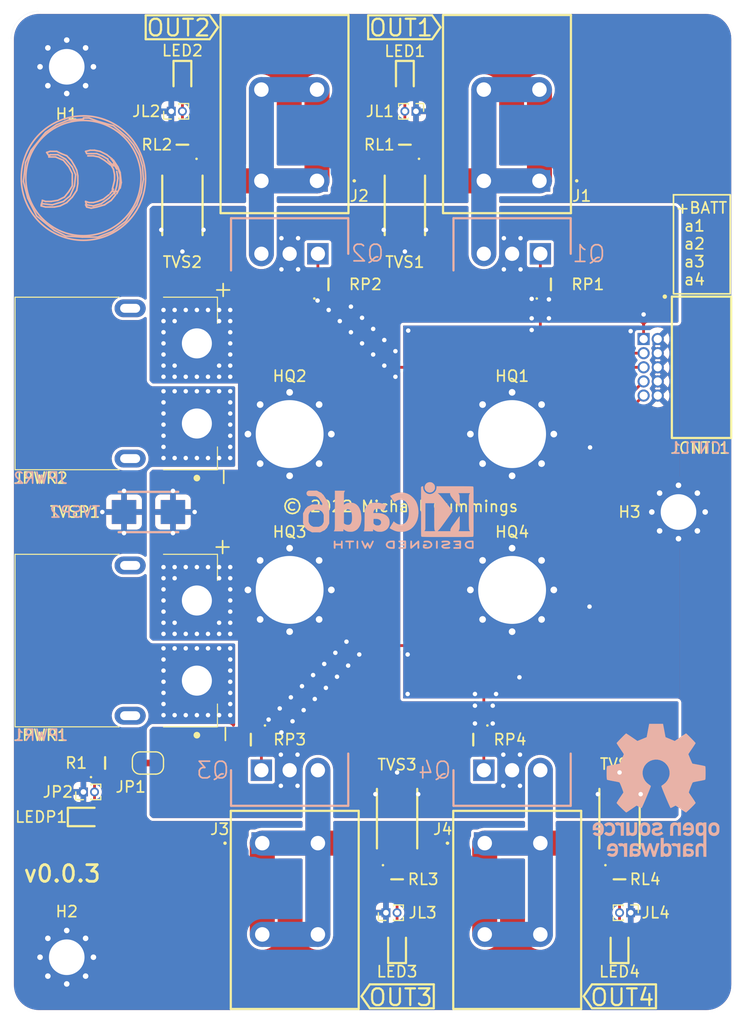
<source format=kicad_pcb>
(kicad_pcb (version 20211014) (generator pcbnew)
  (title_block (title "Solid State Relays 12 Volt x4") (date "2022-12-31") (rev "0.0.3") (comment 2 "creativecommons.org/licenses/by/4.0/") (comment 3 "License: CC By 4.0") (comment 4 "Author: Michael Cummings"))
  (layers (0 "F.Cu" mixed) (31 "B.Cu" mixed) (34 "B.Paste" user) (35 "F.Paste" user) (36 "B.SilkS" user "B.Silkscreen") (37 "F.SilkS" user "F.Silkscreen") (38 "B.Mask" user) (39 "F.Mask" user) (44 "Edge.Cuts" user))
  (net 0 "")
  (net 1 "GNDPWR")
  (net 2 "OUT1")
  (net 3 "OUT2")
  (net 4 "OUT3")
  (net 5 "OUT4")
  (net 6 "+BATT")
  (net 7 "/a1")
  (net 8 "/a2")
  (net 9 "/a3")
  (net 10 "/a4")
  (net 11 "Net-(JL1-Pad2)")
  (net 12 "Net-(JL2-Pad2)")
  (net 13 "Net-(JL3-Pad2)")
  (net 14 "Net-(JL4-Pad2)")
  (net 15 "Net-(JP1-Pad2)")
  (net 16 "Net-(JP2-Pad2)")
  (footprint "dragon_mobile:SMBJ36CATR" (layer "F.Cu") (at 85.4 67.45 90)
    (fp_text reference "TVS1")
    (fp_text value "SM6T16V5AY" hide)
  )
  (footprint "dragon_mobile:1190297" (layer "F.Cu") (at 72.58 124.75)
    (fp_text reference "J3")
    (fp_text value "1190297" hide)
  )
  (footprint "dragon_mobile:MountingHole_6.1mm_Pad_Via" (layer "F.Cu") (at 75.04 88)
    (fp_text reference "HQ2")
    (fp_text value "Access Hole" hide)
  )
  (footprint "dragon_mobile:RESC2012X65N" (layer "F.Cu") (at 85.4 62 90)
    (fp_text reference "RL1")
    (fp_text value "680" hide)
  )
  (footprint "MountingHole:MountingHole_3.2mm_M3_Pad_Via" (layer "F.Cu") (at 110 95)
    (fp_text reference "H3")
    (fp_text value "MountingHole" hide)
  )
  (footprint "Jumper:SolderJumper-2_P1.3mm_Bridged_RoundedPad1.0x1.5mm" (layer "F.Cu") (at 62.3 117.55 180)
    (fp_text reference "JP1")
    (fp_text value "SolderJumper_2_Bridged" hide)
  )
  (footprint "dragon_mobile:RESC2012X65N" (layer "F.Cu") (at 58.45 117.55)
    (fp_text reference "R1")
    (fp_text value "1k5" hide)
  )
  (footprint "dragon_mobile:1190297" (layer "F.Cu") (at 92.58 124.75)
    (fp_text reference "J4")
    (fp_text value "1190297" hide)
  )
  (footprint "dragon_mobile:RESC2012X65N" (layer "F.Cu") (at 98.53 74.55)
    (fp_text reference "RP1")
    (fp_text value "10k" hide)
  )
  (footprint "dragon_mobile:XT60PWM" (layer "F.Cu") (at 66.7 83.45 90)
    (fp_text reference "JPWR2")
    (fp_text value "XT60PW-M" hide)
  )
  (footprint "dragon_mobile:RESC2012X65N" (layer "F.Cu") (at 84.7 128 -90)
    (fp_text reference "RL3")
    (fp_text value "680" hide)
  )
  (footprint "Fiducial:Fiducial_0.5mm_Mask1mm" (layer "F.Cu") (at 110 63)
    (fp_text reference "FID2" hide)
    (fp_text value "Fiducial" hide)
  )
  (footprint "dragon_mobile:PinHeader_1x02_P1.00mm_Vertical" (layer "F.Cu") (at 105.7 131 -90)
    (fp_text reference "JL4")
    (fp_text value "Conn_01x02" hide)
  )
  (footprint "dragon_mobile:LEDC1607X80N" (layer "F.Cu") (at 65.4 56 -90)
    (fp_text reference "LED2")
    (fp_text value "LTST-C190KFKT" hide)
  )
  (footprint "dragon_mobile:RESC2012X65N" (layer "F.Cu") (at 91.55 115.45 180)
    (fp_text reference "RP4")
    (fp_text value "10k" hide)
  )
  (footprint "dragon_mobile:SMBJ36CATR" (layer "F.Cu") (at 84.7 122.55 -90)
    (fp_text reference "TVS3")
    (fp_text value "SM6T16V5AY" hide)
  )
  (footprint "dragon_mobile:PinHeader_1x02_P1.00mm_Vertical" (layer "F.Cu") (at 86.4 59 -90)
    (fp_text reference "JL1")
    (fp_text value "Conn_01x02" hide)
  )
  (footprint "dragon_mobile:1190297" (layer "F.Cu") (at 97.5 65.25 180)
    (fp_text reference "J1")
    (fp_text value "1190297" hide)
  )
  (footprint "dragon_mobile:LEDC1607X80N" (layer "F.Cu") (at 104.7 134 90)
    (fp_text reference "LED4")
    (fp_text value "LTST-C190KFKT" hide)
  )
  (footprint "dragon_mobile:PinHeader_1x02_P1.00mm_Vertical" (layer "F.Cu") (at 64.4 59 90)
    (fp_text reference "JL2")
    (fp_text value "Conn_01x02" hide)
  )
  (footprint "dragon_mobile:LEDC1607X80N" (layer "F.Cu") (at 85.4 56 -90)
    (fp_text reference "LED1")
    (fp_text value "LTST-C190KFKT" hide)
  )
  (footprint "Fiducial:Fiducial_0.5mm_Mask1mm" (layer "F.Cu") (at 55 63)
    (fp_text reference "FID1" hide)
    (fp_text value "Fiducial" hide)
  )
  (footprint "dragon_mobile:RESC2012X65N" (layer "F.Cu") (at 104.7 128 -90)
    (fp_text reference "RL4")
    (fp_text value "680" hide)
  )
  (footprint "dragon_mobile:MountingHole_6.1mm_Pad_Via" (layer "F.Cu") (at 95.04 102)
    (fp_text reference "HQ4")
    (fp_text value "Access Hole" hide)
  )
  (footprint "dragon_mobile:PinHeader_1x02_P1.00mm_Vertical" (layer "F.Cu") (at 56.5 120.15 90)
    (fp_text reference "JP2")
    (fp_text value "Conn_01x02" hide)
  )
  (footprint "dragon_mobile:RESC2012X65N" (layer "F.Cu") (at 65.4 62 90)
    (fp_text reference "RL2")
    (fp_text value "680" hide)
  )
  (footprint "dragon_mobile:PinHeader_1x02_P1.00mm_Vertical" (layer "F.Cu") (at 83.7 131 90)
    (fp_text reference "JL3")
    (fp_text value "Conn_01x02" hide)
  )
  (footprint "dragon_mobile:SAMTEC_SHF-105-01-L-D-RA" (layer "F.Cu") (at 107.5 82 -90)
    (fp_text reference "JCNTL1")
    (fp_text value "SHF-105-01-L-D-RA" hide)
  )
  (footprint "dragon_mobile:LEDC1607X80N" (layer "F.Cu") (at 84.7 134 90)
    (fp_text reference "LED3")
    (fp_text value "LTST-C190KFKT" hide)
  )
  (footprint "dragon_mobile:LEDC1608X80N" (layer "F.Cu") (at 56.7 122.4)
    (fp_text reference "LEDP1")
    (fp_text value "LTST-C190KGKT" hide)
  )
  (footprint "dragon_mobile:MountingHole_6.1mm_Pad_Via" (layer "F.Cu") (at 95.04 88)
    (fp_text reference "HQ1")
    (fp_text value "Access Hole" hide)
  )
  (footprint "dragon_mobile:XT60PWM" (layer "F.Cu") (at 66.7 106.55 90)
    (fp_text reference "JPWR1")
    (fp_text value "XT60PW-M" hide)
  )
  (footprint "MountingHole:MountingHole_3.2mm_M3_Pad_Via" (layer "F.Cu") (at 55 55)
    (fp_text reference "H1")
    (fp_text value "MountingHole" hide)
  )
  (footprint "dragon_mobile:SMBJ36CATR" (layer "F.Cu") (at 62.35 95 180)
    (fp_text reference "TVSP1")
    (fp_text value "SM6T33AY" hide)
  )
  (footprint "Fiducial:Fiducial_0.5mm_Mask1mm" (layer "F.Cu") (at 110 125)
    (fp_text reference "FID3" hide)
    (fp_text value "Fiducial" hide)
  )
  (footprint "dragon_mobile:RESC2012X65N" (layer "F.Cu") (at 78.53 74.55)
    (fp_text reference "RP2")
    (fp_text value "10k" hide)
  )
  (footprint "dragon_mobile:1190297" (layer "F.Cu") (at 77.5 65.25 180)
    (fp_text reference "J2")
    (fp_text value "1190297" hide)
  )
  (footprint "dragon_mobile:SMBJ36CATR" (layer "F.Cu") (at 104.7 122.55 -90)
    (fp_text reference "TVS4")
    (fp_text value "SM6T16V5AY" hide)
  )
  (footprint "dragon_mobile:SMBJ36CATR" (layer "F.Cu") (at 65.4 67.45 90)
    (fp_text reference "TVS2")
    (fp_text value "SM6T16V5AY" hide)
  )
  (footprint "dragon_mobile:RESC2012X65N" (layer "F.Cu") (at 71.55 115.45 180)
    (fp_text reference "RP3")
    (fp_text value "10k" hide)
  )
  (footprint "dragon_mobile:MountingHole_6.1mm_Pad_Via" (layer "F.Cu") (at 75.04 102)
    (fp_text reference "HQ3")
    (fp_text value "Access Hole" hide)
  )
  (footprint "MountingHole:MountingHole_3.2mm_M3_Pad_Via" (layer "F.Cu") (at 55 135)
    (fp_text reference "H2")
    (fp_text value "MountingHole" hide)
  )
  (footprint "Symbol:OSHW-Logo_11.4x12mm_SilkScreen" (layer "B.Cu") (at 108 120 180)
    (fp_text reference "#LOGO_OSHW1" hide)
    (fp_text value "OSHW-Logo_11.4x12mm_SilkScreen" hide)
  )
  (footprint "Symbol:KiCad-Logo2_5mm_SilkScreen" (layer "B.Cu") (at 85.3 95.3 180)
    (fp_text reference "#LOGO_KICAD1" hide)
    (fp_text value "KiCad-Logo2_5mm_SilkScreen" hide)
  )
  (footprint "dragon_mobile:TO254P469X1042X1967-3P" (layer "B.Cu") (at 72.5 118.2)
    (fp_text reference "Q3")
    (fp_text value "IRF4905PBF" hide)
  )
  (footprint "dragon_mobile:TO254P469X1042X1967-3P" (layer "B.Cu") (at 77.58 71.8 180)
    (fp_text reference "Q2")
    (fp_text value "IRF4905PBF" hide)
  )
  (footprint "dragon_mobile:TO254P469X1042X1967-3P" (layer "B.Cu") (at 97.58 71.8 180)
    (fp_text reference "Q1")
    (fp_text value "IRF4905PBF" hide)
  )
  (footprint "Symbol:Symbol_CreativeCommons_SilkScreenTop_Type2_Big" (layer "B.Cu") (at 56.5 65 180)
    (fp_text reference "#LOGO_CC1" hide)
    (fp_text value "Symbol_CreativeCommons_SilkScreenTop_Type2_Big" hide)
  )
  (footprint "dragon_mobile:TO254P469X1042X1967-3P" (layer "B.Cu") (at 92.5 118.2)
    (fp_text reference "Q4")
    (fp_text value "IRF4905PBF" hide)
  )
  (footprint "dragon_mobile:SMBJ36CATR" (layer "B.Cu") (at 62.35 95 180)
    (fp_text reference "TVSP2")
    (fp_text value "SM6T33AY" hide)
  )
  (gr_rect (start 109.55 66.5) (end 114.65 75.4) (layer "F.SilkS") (width 0.15) (fill none))
  (gr_line (start 67.85 50.375) (end 68.6 51.45) (layer "F.SilkS") (width 0.2))
  (gr_line (start 81.5 138.5125) (end 82.25 137.4375) (layer "F.SilkS") (width 0.2))
  (gr_line (start 88 139.5875) (end 88 137.4375) (layer "F.SilkS") (width 0.2))
  (gr_line (start 62.1 50.375) (end 62.1 52.525) (layer "F.SilkS") (width 0.2))
  (gr_line (start 82.25 137.4375) (end 88 137.4375) (layer "F.SilkS") (width 0.2))
  (gr_line (start 107.975 139.5875) (end 102.225 139.5875) (layer "F.SilkS") (width 0.2))
  (gr_line (start 82.25 139.5875) (end 81.5 138.5125) (layer "F.SilkS") (width 0.2))
  (gr_line (start 82.1 50.375) (end 87.85 50.375) (layer "F.SilkS") (width 0.2))
  (gr_line (start 68.6 51.45) (end 67.85 52.525) (layer "F.SilkS") (width 0.2))
  (gr_line (start 87.85 52.525) (end 82.1 52.525) (layer "F.SilkS") (width 0.2))
  (gr_line (start 102.225 137.4375) (end 107.975 137.4375) (layer "F.SilkS") (width 0.2))
  (gr_line (start 87.85 50.375) (end 88.6 51.45) (layer "F.SilkS") (width 0.2))
  (gr_line (start 88 139.5875) (end 82.25 139.5875) (layer "F.SilkS") (width 0.2))
  (gr_line (start 67.85 52.525) (end 62.1 52.525) (layer "F.SilkS") (width 0.2))
  (gr_line (start 107.975 139.5875) (end 107.975 137.4375) (layer "F.SilkS") (width 0.2))
  (gr_line (start 88.6 51.45) (end 87.85 52.525) (layer "F.SilkS") (width 0.2))
  (gr_line (start 101.475 138.5125) (end 102.225 137.4375) (layer "F.SilkS") (width 0.2))
  (gr_line (start 62.1 50.375) (end 67.85 50.375) (layer "F.SilkS") (width 0.2))
  (gr_line (start 82.1 50.375) (end 82.1 52.525) (layer "F.SilkS") (width 0.2))
  (gr_line (start 102.225 139.5875) (end 101.475 138.5125) (layer "F.SilkS") (width 0.2))
  (gr_line (start 112.5 140) (end 52.5 140) (layer "Edge.Cuts") (width 0.001))
  (gr_line (start 52.5 50) (end 112.5 50) (layer "Edge.Cuts") (width 0.001))
  (gr_line (start 115 52.5) (end 115 137.5) (layer "Edge.Cuts") (width 0.001))
  (gr_arc (start 115 137.5) (mid 114.267767 139.267767) (end 112.5 140) (layer "Edge.Cuts") (width 0.001))
  (gr_line (start 50 137.5) (end 50 52.5) (layer "Edge.Cuts") (width 0.001))
  (gr_arc (start 52.5 140) (mid 50.732233 139.267767) (end 50 137.5) (layer "Edge.Cuts") (width 0.001))
  (gr_arc (start 50 52.5) (mid 50.732233 50.732233) (end 52.5 50) (layer "Edge.Cuts") (width 0.01))
  (gr_arc (start 112.5 50) (mid 114.267767 50.732233) (end 115 52.5) (layer "Edge.Cuts") (width 0.001))
  (gr_text "JCNTL1" (at 111.95 89.25) (layer "B.SilkS") (effects (font (size 1 1)) (justify mirror)))
  (gr_text "JPWR2" (at 52.65 91.95) (layer "B.SilkS") (effects (font (size 1 1)) (justify mirror)))
  (gr_text "6" (at 79.3 95.1) (layer "B.SilkS") (effects (font (size 3.25 3.25) (thickness 0.5)) (justify left mirror)))
  (gr_text "JPWR1" (at 52.65 115.05) (layer "B.SilkS") (effects (font (size 1 1)) (justify mirror)))
  (gr_text "+BATT\n a1\n a2\n a3\n a4" (at 109.65 70.9) (layer "F.SilkS") (effects (font (size 1 1)) (justify left)))
  (gr_text "© 2022 Michael Cummings" (at 85 94.5) (layer "F.SilkS") (effects (font (size 1 1))))
  (gr_text "OUT4" (at 104.95 138.6125) (layer "F.SilkS") (effects (font (size 1.5 1.5) (thickness 0.2))))
  (gr_text "OUT2" (at 65.05 51.5) (layer "F.SilkS") (effects (font (size 1.5 1.5) (thickness 0.2))))
  (gr_text "OUT1" (at 85.05 51.5) (layer "F.SilkS") (effects (font (size 1.5 1.5) (thickness 0.2))))
  (gr_text "OUT3" (at 85.025 138.6125) (layer "F.SilkS") (effects (font (size 1.5 1.5) (thickness 0.2))))
  (gr_text "v0.0.3" (at 51 127.5) (layer "F.SilkS") (effects (font (size 1.5 1.5) (thickness 0.25)) (justify left)))
  (via (at 63.7 87.15) (size 0.8) (drill 0.4) (layers "F.Cu" "B.Cu") (net 1))
  (via (at 69.7 85.15) (size 0.8) (drill 0.4) (layers "F.Cu" "B.Cu") (net 1))
  (via (at 63.7 107.25) (size 0.8) (drill 0.4) (layers "F.Cu" "B.Cu") (net 1))
  (via (at 64.7 90.15) (size 0.8) (drill 0.4) (layers "F.Cu" "B.Cu") (net 1))
  (via (at 96.8 78.65) (size 0.8) (drill 0.4) (layers "F.Cu" "B.Cu") (net 1))
  (via (at 65.7 113.25) (size 0.8) (drill 0.4) (layers "F.Cu" "B.Cu") (net 1))
  (via (at 66.7 107.25) (size 0.8) (drill 0.4) (layers "F.Cu" "B.Cu") (net 1))
  (via (at 69.7 84.15) (size 0.8) (drill 0.4) (layers "F.Cu" "B.Cu") (net 1))
  (via (at 69.7 113.25) (size 0.8) (drill 0.4) (layers "F.Cu" "B.Cu") (net 1))
  (via (at 63.7 109.25) (size 0.8) (drill 0.4) (layers "F.Cu" "B.Cu") (net 1))
  (via (at 69.7 89.15) (size 0.8) (drill 0.4) (layers "F.Cu" "B.Cu") (net 1))
  (via (at 68.7 113.25) (size 0.8) (drill 0.4) (layers "F.Cu" "B.Cu") (net 1))
  (via (at 67.7 113.25) (size 0.8) (drill 0.4) (layers "F.Cu" "B.Cu") (net 1))
  (via (at 63.7 90.15) (size 0.8) (drill 0.4) (layers "F.Cu" "B.Cu") (net 1))
  (via (at 85.65 111.35) (size 0.8) (drill 0.4) (layers "F.Cu" "B.Cu") (net 1))
  (via (at 63.7 111.25) (size 0.8) (drill 0.4) (layers "F.Cu" "B.Cu") (net 1))
  (via (at 91.7 111.35) (size 0.8) (drill 0.4) (layers "F.Cu" "B.Cu") (net 1))
  (via (at 95.7 109.85) (size 0.8) (drill 0.4) (layers "F.Cu" "B.Cu") (net 1))
  (via (at 66.7 113.25) (size 0.8) (drill 0.4) (layers "F.Cu" "B.Cu") (net 1))
  (via (at 67.7 84.15) (size 0.8) (drill 0.4) (layers "F.Cu" "B.Cu") (net 1))
  (via (at 63.7 85.15) (size 0.8) (drill 0.4) (layers "F.Cu" "B.Cu") (net 1))
  (via (at 68.7 107.25) (size 0.8) (drill 0.4) (layers "F.Cu" "B.Cu") (net 1))
  (via (at 68.7 90.15) (size 0.8) (drill 0.4) (layers "F.Cu" "B.Cu") (net 1))
  (via (at 69.7 108.25) (size 0.8) (drill 0.4) (layers "F.Cu" "B.Cu") (net 1))
  (via (at 69.7 88.15) (size 0.8) (drill 0.4) (layers "F.Cu" "B.Cu") (net 1))
  (via (at 85.7 78.7) (size 0.8) (drill 0.4) (layers "F.Cu" "B.Cu") (net 1))
  (via (at 63.7 110.25) (size 0.8) (drill 0.4) (layers "F.Cu" "B.Cu") (net 1))
  (via (at 69.7 107.25) (size 0.8) (drill 0.4) (layers "F.Cu" "B.Cu") (net 1))
  (via (at 63.7 89.15) (size 0.8) (drill 0.4) (layers "F.Cu" "B.Cu") (net 1))
  (via (at 68.7 84.15) (size 0.8) (drill 0.4) (layers "F.Cu" "B.Cu") (net 1))
  (via (at 67.7 107.25) (size 0.8) (drill 0.4) (layers "F.Cu" "B.Cu") (net 1))
  (via (at 69.7 111.25) (size 0.8) (drill 0.4) (layers "F.Cu" "B.Cu") (net 1))
  (via (at 63.7 88.15) (size 0.8) (drill 0.4) (layers "F.Cu" "B.Cu") (net 1))
  (via (at 63.7 86.15) (size 0.8) (drill 0.4) (layers "F.Cu" "B.Cu") (net 1))
  (via (at 63.7 108.25) (size 0.8) (drill 0.4) (layers "F.Cu" "B.Cu") (net 1))
  (via (at 65.7 90.15) (size 0.8) (drill 0.4) (layers "F.Cu" "B.Cu") (net 1))
  (via (at 63.7 84.15) (size 0.8) (drill 0.4) (layers "F.Cu" "B.Cu") (net 1))
  (via (at 60.15 93.1) (size 0.8) (drill 0.4) (layers "F.Cu" "B.Cu") (net 1))
  (via (at 64.7 113.25) (size 0.8) (drill 0.4) (layers "F.Cu" "B.Cu") (net 1))
  (via (at 105.7 78.75) (size 0.8) (drill 0.4) (layers "F.Cu" "B.Cu") (net 1))
  (via (at 66.7 90.15) (size 0.8) (drill 0.4) (layers "F.Cu" "B.Cu") (net 1))
  (via (at 69.7 112.25) (size 0.8) (drill 0.4) (layers "F.Cu" "B.Cu") (net 1))
  (via (at 65.7 84.15) (size 0.8) (drill 0.4) (layers "F.Cu" "B.Cu") (net 1))
  (via (at 66.7 84.15) (size 0.8) (drill 0.4) (layers "F.Cu" "B.Cu") (net 1))
  (via (at 102 103.5) (size 0.8) (drill 0.4) (layers "F.Cu" "B.Cu") (net 1))
  (via (at 69.7 90.15) (size 0.8) (drill 0.4) (layers "F.Cu" "B.Cu") (net 1))
  (via (at 85.65 107.8) (size 0.8) (drill 0.4) (layers "F.Cu" "B.Cu") (net 1))
  (via (at 64.7 84.15) (size 0.8) (drill 0.4) (layers "F.Cu" "B.Cu") (net 1))
  (via (at 69.7 86.15) (size 0.8) (drill 0.4) (layers "F.Cu" "B.Cu") (net 1))
  (via (at 67.7 90.15) (size 0.8) (drill 0.4) (layers "F.Cu" "B.Cu") (net 1))
  (via (at 102.05 89.2) (size 0.8) (drill 0.4) (layers "F.Cu" "B.Cu") (net 1))
  (via (at 65.7 107.25) (size 0.8) (drill 0.4) (layers "F.Cu" "B.Cu") (net 1))
  (via (at 93.6 111.35) (size 0.8) (drill 0.4) (layers "F.Cu" "B.Cu") (net 1))
  (via (at 69.7 87.15) (size 0.8) (drill 0.4) (layers "F.Cu" "B.Cu") (net 1))
  (via (at 63.7 113.25) (size 0.8) (drill 0.4) (layers "F.Cu" "B.Cu") (net 1))
  (via (at 60.15 96.9) (size 0.8) (drill 0.4) (layers "F.Cu" "B.Cu") (net 1))
  (via (at 69.7 109.25) (size 0.8) (drill 0.4) (layers "F.Cu" "B.Cu") (net 1))
  (via (at 69.7 110.25) (size 0.8) (drill 0.4) (layers "F.Cu" "B.Cu") (net 1))
  (via (at 58.2 95) (size 0.8) (drill 0.4) (layers "F.Cu" "B.Cu") (net 1))
  (via (at 63.7 112.25) (size 0.8) (drill 0.4) (layers "F.Cu" "B.Cu") (net 1))
  (via (at 64.7 107.25) (size 0.8) (drill 0.4) (layers "F.Cu" "B.Cu") (net 1))
  (segment (start 85.4 62.95) (end 85.4 65.25) (width 0.25) (layer "F.Cu") (net 2))
  (segment (start 97.5 65.25) (end 85.4 65.25) (width 2.25) (layer "F.Cu") (net 2))
  (segment (start 92.5 71.8) (end 92.5 57.05) (width 2.25) (layer "F.Cu") (net 2))
  (segment (start 97.5 65.25) (end 97.5 57.05) (width 2.25) (layer "F.Cu") (net 2))
  (segment (start 92.5 65.25) (end 92.5 57.05) (width 2.25) (layer "B.Cu") (net 2))
  (segment (start 92.5 71.8) (end 92.5 65.25) (width 2.25) (layer "B.Cu") (net 2))
  (segment (start 92.5 57.05) (end 97.5 57.05) (width 2.25) (layer "B.Cu") (net 2))
  (segment (start 92.5 65.25) (end 97.5 65.25) (width 2.25) (layer "B.Cu") (net 2))
  (segment (start 77.5 65.25) (end 65.4 65.25) (width 2.25) (layer "F.Cu") (net 3))
  (segment (start 77.5 65.25) (end 77.5 57.05) (width 2.25) (layer "F.Cu") (net 3))
  (segment (start 65.4 62.95) (end 65.4 65.25) (width 0.25) (layer "F.Cu") (net 3))
  (segment (start 72.5 71.8) (end 72.5 57.05) (width 2.25) (layer "F.Cu") (net 3))
  (segment (start 72.5 65.25) (end 72.5 57.05) (width 2.25) (layer "B.Cu") (net 3))
  (segment (start 72.5 57.05) (end 77.5 57.05) (width 2.25) (layer "B.Cu") (net 3))
  (segment (start 72.5 65.25) (end 77.5 65.25) (width 2.25) (layer "B.Cu") (net 3))
  (segment (start 72.5 71.8) (end 72.5 65.25) (width 2.25) (layer "B.Cu") (net 3))
  (segment (start 72.58 124.75) (end 84.7 124.75) (width 2.25) (layer "F.Cu") (net 4))
  (segment (start 77.58 118.2) (end 77.58 132.95) (width 2.25) (layer "F.Cu") (net 4))
  (segment (start 72.58 132.95) (end 72.58 124.75) (width 2.25) (layer "F.Cu") (net 4))
  (segment (start 84.7 127.05) (end 84.7 124.75) (width 0.25) (layer "F.Cu") (net 4))
  (segment (start 72.58 132.95) (end 77.58 132.95) (width 2.25) (layer "B.Cu") (net 4))
  (segment (start 77.58 118.2) (end 77.58 124.75) (width 2.25) (layer "B.Cu") (net 4))
  (segment (start 77.58 124.75) (end 72.58 124.75) (width 2.25) (layer "B.Cu") (net 4))
  (segment (start 77.58 132.95) (end 77.58 124.75) (width 2.25) (layer "B.Cu") (net 4))
  (segment (start 104.7 127.05) (end 104.7 124.75) (width 0.25) (layer "F.Cu") (net 5))
  (segment (start 92.58 124.75) (end 92.58 132.95) (width 2.25) (layer "F.Cu") (net 5))
  (segment (start 92.58 124.75) (end 104.7 124.75) (width 2.25) (layer "F.Cu") (net 5))
  (segment (start 97.58 118.2) (end 97.58 132.95) (width 2.25) (layer "F.Cu") (net 5))
  (segment (start 97.58 124.75) (end 92.58 124.75) (width 2.25) (layer "B.Cu") (net 5))
  (segment (start 97.58 132.95) (end 92.58 132.95) (width 2.25) (layer "B.Cu") (net 5))
  (segment (start 97.58 118.2) (end 97.58 124.75) (width 2.25) (layer "B.Cu") (net 5))
  (segment (start 97.58 132.95) (end 97.58 124.75) (width 2.25) (layer "B.Cu") (net 5))
  (segment (start 106.865 79.46) (end 106.865 77.25) (width 0.25) (layer "F.Cu") (net 6))
  (via (at 65.7 82.85) (size 0.8) (drill 0.4) (layers "F.Cu" "B.Cu") (net 6))
  (via (at 68.7 77.85) (size 0.8) (drill 0.4) (layers "F.Cu" "B.Cu") (net 6))
  (via (at 76.3 112.8) (size 0.8) (drill 0.4) (layers "F.Cu" "B.Cu") (net 6))
  (via (at 69.7 80.85) (size 0.8) (drill 0.4) (layers "F.Cu" "B.Cu") (net 6))
  (via (at 85.4 71.6) (size 0.8) (drill 0.4) (layers "F.Cu" "B.Cu") (net 6))
  (via (at 63.7 99.95) (size 0.8) (drill 0.4) (layers "F.Cu" "B.Cu") (net 6))
  (via (at 63.7 105.95) (size 0.8) (drill 0.4) (layers "F.Cu" "B.Cu") (net 6))
  (via (at 98.35 77.6) (size 0.8) (drill 0.4) (layers "F.Cu" "B.Cu") (net 6))
  (via (at 68.7 104.95) (size 0.8) (drill 0.4) (layers "F.Cu" "B.Cu") (net 6))
  (via (at 80.55 76.55) (size 0.8) (drill 0.4) (layers "F.Cu" "B.Cu") (net 6))
  (via (at 63.7 78.85) (size 0.8) (drill 0.4) (layers "F.Cu" "B.Cu") (net 6))
  (via (at 63.7 80.85) (size 0.8) (drill 0.4) (layers "F.Cu" "B.Cu") (net 6))
  (via (at 82.55 80.85) (size 0.8) (drill 0.4) (layers "F.Cu" "B.Cu") (net 6))
  (via (at 95.8 70.4) (size 0.8) (drill 0.4) (layers "F.Cu" "B.Cu") (net 6))
  (via (at 74.25 119.6) (size 0.8) (drill 0.4) (layers "F.Cu" "B.Cu") (net 6))
  (via (at 64.7 104.95) (size 0.8) (drill 0.4) (layers "F.Cu" "B.Cu") (net 6))
  (via (at 87.3 69.65) (size 0.8) (drill 0.4) (layers "F.Cu" "B.Cu") (net 6))
  (via (at 69.7 81.85) (size 0.8) (drill 0.4) (layers "F.Cu" "B.Cu") (net 6))
  (via (at 63.7 79.85) (size 0.8) (drill 0.4) (layers "F.Cu" "B.Cu") (net 6))
  (via (at 64.7 99.95) (size 0.8) (drill 0.4) (layers "F.Cu" "B.Cu") (net 6))
  (via (at 95.75 116.8) (size 0.8) (drill 0.4) (layers "F.Cu" "B.Cu") (net 6))
  (via (at 96.8 77.6) (size 0.8) (drill 0.4) (layers "F.Cu" "B.Cu") (net 6))
  (via (at 63.7 104.95) (size 0.8) (drill 0.4) (layers "F.Cu" "B.Cu") (net 6))
  (via (at 79.3 109.8) (size 0.8) (drill 0.4) (layers "F.Cu" "B.Cu") (net 6))
  (via (at 80.15 106.65) (size 0.8) (drill 0.4) (layers "F.Cu" "B.Cu") (net 6))
  (via (at 106.6 120.35) (size 0.8) (drill 0.4) (layers "F.Cu" "B.Cu") (net 6))
  (via (at 84.55 80.55) (size 0.8) (drill 0.4) (layers "F.Cu" "B.Cu") (net 6))
  (via (at 94.3 70.4) (size 0.8) (drill 0.4) (layers "F.Cu" "B.Cu") (net 6))
  (via (at 63.7 76.85) (size 0.8) (drill 0.4) (layers "F.Cu" "B.Cu") (net 6))
  (via (at 94.25 116.8) (size 0.8) (drill 0.4) (layers "F.Cu" "B.Cu") (net 6))
  (via (at 63.7 77.85) (size 0.8) (drill 0.4) (layers "F.Cu" "B.Cu") (net 6))
  (via (at 95.8 73.2) (size 0.8) (drill 0.4) (layers "F.Cu" "B.Cu") (net 6))
  (via (at 74.15 112.65) (size 0.8) (drill 0.4) (layers "F.Cu" "B.Cu") (net 6))
  (via (at 65.7 99.95) (size 0.8) (drill 0.4) (layers "F.Cu" "B.Cu") (net 6))
  (via (at 81.55 77.55) (size 0.8) (drill 0.4) (layers "F.Cu" "B.Cu") (net 6))
  (via (at 102.75 120.35) (size 0.8) (drill 0.4) (layers "F.Cu" "B.Cu") (net 6))
  (via (at 93.3 114) (size 0.8) (drill 0.4) (layers "F.Cu" "B.Cu") (net 6))
  (via (at 74.25 116.8) (size 0.8) (drill 0.4) (layers "F.Cu" "B.Cu") (net 6))
  (via (at 69.7 79.85) (size 0.8) (drill 0.4) (layers "F.Cu" "B.Cu") (net 6))
  (via (at 78.15 108.65) (size 0.8) (drill 0.4) (layers "F.Cu" "B.Cu") (net 6))
  (via (at 69.7 77.85) (size 0.8) (drill 0.4) (layers "F.Cu" "B.Cu") (net 6))
  (via (at 65.7 76.85) (size 0.8) (drill 0.4) (layers "F.Cu" "B.Cu") (net 6))
  (via (at 68.7 100.95) (size 0.8) (drill 0.4) (layers "F.Cu" "B.Cu") (net 6))
  (via (at 75.3 113.8) (size 0.8) (drill 0.4) (layers "F.Cu" "B.Cu") (net 6))
  (via (at 76.15 110.65) (size 0.8) (drill 0.4) (layers "F.Cu" "B.Cu") (net 6))
  (via (at 64.7 105.95) (size 0.8) (drill 0.4) (layers "F.Cu" "B.Cu") (net 6))
  (via (at 63.7 102.95) (size 0.8) (drill 0.4) (layers "F.Cu" "B.Cu") (net 6))
  (via (at 77.55 76) (size 0.8) (drill 0.4) (layers "F.Cu" "B.Cu") (net 6))
  (via (at 66.7 82.85) (size 0.8) (drill 0.4) (layers "F.Cu" "B.Cu") (net 6))
  (via (at 98.35 75.9) (size 0.8) (drill 0.4) (layers "F.Cu" "B.Cu") (net 6))
  (via (at 106.865 77.25) (size 0.8) (drill 0.4) (layers "F.Cu" "B.Cu") (net 6))
  (via (at 67.7 76.85) (size 0.8) (drill 0.4) (layers "F.Cu" "B.Cu") (net 6))
  (via (at 81.55 79.85) (size 0.8) (drill 0.4) (layers "F.Cu" "B.Cu") (net 6))
  (via (at 69.7 102.95) (size 0.8) (drill 0.4) (layers "F.Cu" "B.Cu") (net 6))
  (via (at 83.55 81.85) (size 0.8) (drill 0.4) (layers "F.Cu" "B.Cu") (net 6))
  (via (at 66.7 76.85) (size 0.8) (drill 0.4) (layers "F.Cu" "B.Cu") (net 6))
  (via (at 68.7 99.95) (size 0.8) (drill 0.4) (layers "F.Cu" "B.Cu") (net 6))
  (via (at 80.3 108.8) (size 0.8) (drill 0.4) (layers "F.Cu" "B.Cu") (net 6))
  (via (at 74.3 73.2) (size 0.8) (drill 0.4) (layers "F.Cu" "B.Cu") (net 6))
  (via (at 66.7 99.95) (size 0.8) (drill 0.4) (layers "F.Cu" "B.Cu") (net 6))
  (via (at 93.3 112.4) (size 0.8) (drill 0.4) (layers "F.Cu" "B.Cu") (net 6))
  (via (at 63.7 100.95) (size 0.8) (drill 0.4) (layers "F.Cu" "B.Cu") (net 6))
  (via (at 79.55 77.85) (size 0.8) (drill 0.4) (layers "F.Cu" "B.Cu") (net 6))
  (via (at 64.7 100.95) (size 0.8) (drill 0.4) (layers "F.Cu" "B.Cu") (net 6))
  (via (at 79.15 107.65) (size 0.8) (drill 0.4) (layers "F.Cu" "B.Cu") (net 6))
  (via (at 67.7 82.85) (size 0.8) (drill 0.4) (layers "F.Cu" "B.Cu") (net 6))
  (via (at 91.7 114) (size 0.8) (drill 0.4) (layers "F.Cu" "B.Cu") (net 6))
  (via (at 63.7 103.95) (size 0.8) (drill 0.4) (layers "F.Cu" "B.Cu") (net 6))
  (via (at 82.75 120.35) (size 0.8) (drill 0.4) (layers "F.Cu" "B.Cu") (net 6))
  (via (at 69.7 103.95) (size 0.8) (drill 0.4) (layers "F.Cu" "B.Cu") (net 6))
  (via (at 67.7 105.95) (size 0.8) (drill 0.4) (layers "F.Cu" "B.Cu") (net 6))
  (via (at 81.3 107.8) (size 0.8) (drill 0.4) (layers "F.Cu" "B.Cu") (net 6))
  (via (at 84.55 82.85) (size 0.8) (drill 0.4) (layers "F.Cu" "B.Cu") (net 6))
  (via (at 63.7 81.85) (size 0.8) (drill 0.4) (layers "F.Cu" "B.Cu") (net 6))
  (via (at 63.5 69.65) (size 0.8) (drill 0.4) (layers "F.Cu" "B.Cu") (net 6))
  (via (at 83.5 69.65) (size 0.8) (drill 0.4) (layers "F.Cu" "B.Cu") (net 6))
  (via (at 69.7 99.95) (size 0.8) (drill 0.4) (layers "F.Cu" "B.Cu") (net 6))
  (via (at 86.6 120.35) (size 0.8) (drill 0.4) (layers "F.Cu" "B.Cu") (net 6))
  (via (at 77.3 111.8) (size 0.8) (drill 0.4) (layers "F.Cu" "B.Cu") (net 6))
  (via (at 69.7 78.85) (size 0.8) (drill 0.4) (layers "F.Cu" "B.Cu") (net 6))
  (via (at 67.7 99.95) (size 0.8) (drill 0.4) (layers "F.Cu" "B.Cu") (net 6))
  (via (at 69.7 101.95) (size 0.8) (drill 0.4) (layers "F.Cu" "B.Cu") (net 6))
  (via (at 64.7 76.85) (size 0.8) (drill 0.4) (layers "F.Cu" "B.Cu") (net 6))
  (via (at 74.3 70.4) (size 0.8) (drill 0.4) (layers "F.Cu" "B.Cu") (net 6))
  (via (at 78.55 76.85) (size 0.8) (drill 0.4) (layers "F.Cu" "B.Cu") (net 6))
  (via (at 64.7 81.85) (size 0.8) (drill 0.4) (layers "F.Cu" "B.Cu") (net 6))
  (via (at 66.5 95) (size 0.8) (drill 0.4) (layers "F.Cu" "B.Cu") (net 6))
  (via (at 94.3 73.2) (size 0.8) (drill 0.4) (layers "F.Cu" "B.Cu") (net 6))
  (via (at 78.3 110.8) (size 0.8) (drill 0.4) (layers "F.Cu" "B.Cu") (net 6))
  (via (at 64.55 93.1) (size 0.8) (drill 0.4) (layers "F.Cu" "B.Cu") (net 6))
  (via (at 65.7 105.95) (size 0.8) (drill 0.4) (layers "F.Cu" "B.Cu") (net 6))
  (via (at 69.7 100.95) (size 0.8) (drill 0.4) (layers "F.Cu" "B.Cu") (net 6))
  (via (at 75.8 73.2) (size 0.8) (drill 0.4) (layers "F.Cu" "B.Cu") (net 6))
  (via (at 68.7 76.85) (size 0.8) (drill 0.4) (layers "F.Cu" "B.Cu") (net 6))
  (via (at 84.7 118.4) (size 0.8) (drill 0.4) (layers "F.Cu" "B.Cu") (net 6))
  (via (at 63.7 101.95) (size 0.8) (drill 0.4) (layers "F.Cu" "B.Cu") (net 6))
  (via (at 75.75 119.6) (size 0.8) (drill 0.4) (layers "F.Cu" "B.Cu") (net 6))
  (via (at 68.7 105.95) (size 0.8) (drill 0.4) (layers "F.Cu" "B.Cu") (net 6))
  (via (at 77.15 109.65) (size 0.8) (drill 0.4) (layers "F.Cu" "B.Cu") (net 6))
  (via (at 64.55 96.9) (size 0.8) (drill 0.4) (layers "F.Cu" "B.Cu") (net 6))
  (via (at 91.7 112.4) (size 0.8) (drill 0.4) (layers "F.Cu" "B.Cu") (net 6))
  (via (at 94.25 119.6) (size 0.8) (drill 0.4) (layers "F.Cu" "B.Cu") (net 6))
  (via (at 69.7 76.85) (size 0.8) (drill 0.4) (layers "F.Cu" "B.Cu") (net 6))
  (via (at 64.7 77.85) (size 0.8) (drill 0.4) (layers "F.Cu" "B.Cu") (net 6))
  (via (at 82.55 78.55) (size 0.8) (drill 0.4) (layers "F.Cu" "B.Cu") (net 6))
  (via (at 65.4 71.6) (size 0.8) (drill 0.4) (layers "F.Cu" "B.Cu") (net 6))
  (via (at 67.3 69.65) (size 0.8) (drill 0.4) (layers "F.Cu" "B.Cu") (net 6))
  (via (at 83.55 79.55) (size 0.8) (drill 0.4) (layers "F.Cu" "B.Cu") (net 6))
  (via (at 80.55 78.85) (size 0.8) (drill 0.4) (layers "F.Cu" "B.Cu") (net 6))
  (via (at 75.75 116.8) (size 0.8) (drill 0.4) (layers "F.Cu" "B.Cu") (net 6))
  (via (at 73.15 113.65) (size 0.8) (drill 0.4) (layers "F.Cu" "B.Cu") (net 6))
  (via (at 75.15 111.65) (size 0.8) (drill 0.4) (layers "F.Cu" "B.Cu") (net 6))
  (via (at 69.7 104.95) (size 0.8) (drill 0.4) (layers "F.Cu" "B.Cu") (net 6))
  (via (at 69.7 82.85) (size 0.8) (drill 0.4) (layers "F.Cu" "B.Cu") (net 6))
  (via (at 69.7 105.95) (size 0.8) (drill 0.4) (layers "F.Cu" "B.Cu") (net 6))
  (via (at 68.7 82.85) (size 0.8) (drill 0.4) (layers "F.Cu" "B.Cu") (net 6))
  (via (at 64.7 82.85) (size 0.8) (drill 0.4) (layers "F.Cu" "B.Cu") (net 6))
  (via (at 63.7 82.85) (size 0.8) (drill 0.4) (layers "F.Cu" "B.Cu") (net 6))
  (via (at 75.8 70.4) (size 0.8) (drill 0.4) (layers "F.Cu" "B.Cu") (net 6))
  (via (at 96.8 75.85) (size 0.8) (drill 0.4) (layers "F.Cu" "B.Cu") (net 6))
  (via (at 68.7 81.85) (size 0.8) (drill 0.4) (layers "F.Cu" "B.Cu") (net 6))
  (via (at 66.7 105.95) (size 0.8) (drill 0.4) (layers "F.Cu" "B.Cu") (net 6))
  (via (at 104.7 118.4) (size 0.8) (drill 0.4) (layers "F.Cu" "B.Cu") (net 6))
  (via (at 95.75 119.6) (size 0.8) (drill 0.4) (layers "F.Cu" "B.Cu") (net 6))
  (via (at 74.3 114.8) (size 0.8) (drill 0.4) (layers "F.Cu" "B.Cu") (net 6))
  (segment (start 97.58 74.55) (end 97.58 71.8) (width 0.25) (layer "F.Cu") (net 7))
  (segment (start 97.58 78.78) (end 97.58 74.55) (width 0.25) (layer "F.Cu") (net 7))
  (segment (start 99.53 80.73) (end 97.58 78.78) (width 0.25) (layer "F.Cu") (net 7))
  (segment (start 106.865 80.73) (end 99.53 80.73) (width 0.25) (layer "F.Cu") (net 7))
  (segment (start 77.58 74.79) (end 77.58 74.55) (width 0.25) (layer "F.Cu") (net 8))
  (segment (start 77.58 74.55) (end 77.58 71.8) (width 0.25) (layer "F.Cu") (net 8))
  (segment (start 84.79 82) (end 77.58 74.79) (width 0.25) (layer "F.Cu") (net 8))
  (segment (start 106.865 82) (end 84.79 82) (width 0.25) (layer "F.Cu") (net 8))
  (segment (start 101.05 103.15) (end 97.2 107) (width 0.25) (layer "F.Cu") (net 9))
  (segment (start 106.865 83.27) (end 101.05 89.085) (width 0.25) (layer "F.Cu") (net 9))
  (segment (start 97.2 107) (end 80.95 107) (width 0.25) (layer "F.Cu") (net 9))
  (segment (start 101.05 89.085) (end 101.05 103.15) (width 0.25) (layer "F.Cu") (net 9))
  (segment (start 80.95 107) (end 72.5 115.45) (width 0.25) (layer "F.Cu") (net 9))
  (segment (start 72.5 118.2) (end 72.5 115.45) (width 0.25) (layer "F.Cu") (net 9))
  (segment (start 106.865 84.54) (end 102.85 88.555) (width 0.25) (layer "F.Cu") (net 10))
  (segment (start 92.5 118.2) (end 92.5 115.45) (width 0.25) (layer "F.Cu") (net 10))
  (segment (start 96.055 110.645) (end 93.005 110.645) (width 0.25) (layer "F.Cu") (net 10))
  (segment (start 102.85 88.555) (end 102.85 103.85) (width 0.25) (layer "F.Cu") (net 10))
  (segment (start 92.5 111.15) (end 92.5 115.45) (width 0.25) (layer "F.Cu") (net 10))
  (segment (start 93.005 110.645) (end 92.5 111.15) (width 0.25) (layer "F.Cu") (net 10))
  (segment (start 102.85 103.85) (end 96.055 110.645) (width 0.25) (layer "F.Cu") (net 10))
  (segment (start 85.4 61.05) (end 85.4 56.75) (width 0.25) (layer "F.Cu") (net 11))
  (segment (start 65.4 61.05) (end 65.4 56.75) (width 0.25) (layer "F.Cu") (net 12))
  (segment (start 84.7 128.95) (end 84.7 133.25) (width 0.25) (layer "F.Cu") (net 13))
  (segment (start 104.7 128.95) (end 104.7 133.25) (width 0.25) (layer "F.Cu") (net 14))
  (segment (start 61.65 117.55) (end 59.4 117.55) (width 0.25) (layer "F.Cu") (net 15))
  (segment (start 57.5 117.55) (end 57.5 122.4) (width 0.25) (layer "F.Cu") (net 16))
  (zone (net 6) (net_name "+BATT") (layers F&B.Cu) (priority 1) (connect_pads (clearance 0.254)) (min_thickness 0.254) (fill yes (thermal_gap 0.508) (thermal_bridge_width 0.508) (smoothing chamfer) (radius 0.25))
    (polygon (pts (xy 70.4 91.2) (xy 70.4 83.45) (xy 62.45 83.45) (xy 62.45 67.5) (xy 110 67.5) (xy 110 122.5) (xy 62.45 122.5) (xy 62.45 114.3) (xy 70.4 114.3) (xy 70.4 106.55) (xy 62.45 106.55) (xy 62.45 91.2)))
  )
  (zone (net 1) (net_name "GNDPWR") (layers F&B.Cu) (priority 2) (connect_pads (clearance 0.254)) (min_thickness 0.254) (fill yes (thermal_gap 0.508) (thermal_bridge_width 0.508) (smoothing chamfer) (radius 0.25))
    (polygon (pts (xy 110.1 111.75) (xy 85.25 111.75) (xy 85.25 78.25) (xy 110.1 78.25)))
  )
  (zone (net 1) (net_name "GNDPWR") (layers F&B.Cu) (connect_pads (clearance 0.254)) (min_thickness 0.254) (fill yes (thermal_gap 0.508) (thermal_bridge_width 0.508) (smoothing chamfer) (radius 0.25))
    (polygon (pts (xy 116 141) (xy 49 141) (xy 49 49) (xy 116 49)))
  )
)
</source>
